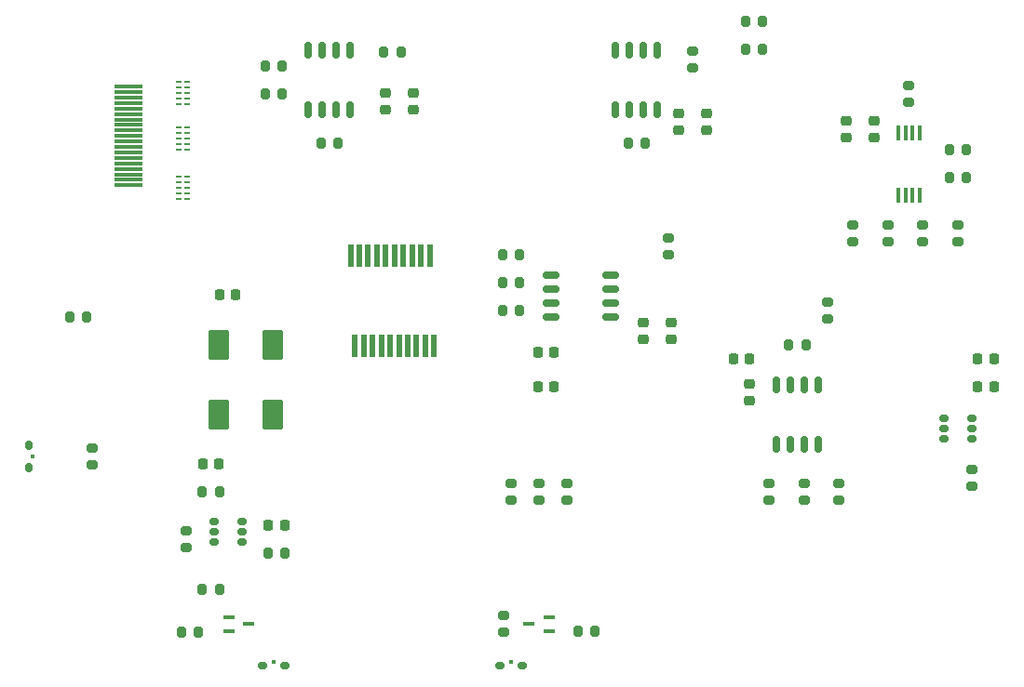
<source format=gbr>
G04*
G04 #@! TF.GenerationSoftware,Altium Limited,Altium Designer,24.8.2 (39)*
G04*
G04 Layer_Color=8421504*
%FSLAX25Y25*%
%MOIN*%
G70*
G04*
G04 #@! TF.SameCoordinates,F580BFCB-8435-4B95-B66A-8E6D2DB6F108*
G04*
G04*
G04 #@! TF.FilePolarity,Positive*
G04*
G01*
G75*
G04:AMPARAMS|DCode=24|XSize=75mil|YSize=109.84mil|CornerRadius=9.38mil|HoleSize=0mil|Usage=FLASHONLY|Rotation=180.000|XOffset=0mil|YOffset=0mil|HoleType=Round|Shape=RoundedRectangle|*
%AMROUNDEDRECTD24*
21,1,0.07500,0.09109,0,0,180.0*
21,1,0.05625,0.10984,0,0,180.0*
1,1,0.01875,-0.02813,0.04555*
1,1,0.01875,0.02813,0.04555*
1,1,0.01875,0.02813,-0.04555*
1,1,0.01875,-0.02813,-0.04555*
%
%ADD24ROUNDEDRECTD24*%
G04:AMPARAMS|DCode=25|XSize=32.76mil|YSize=25.08mil|CornerRadius=6.27mil|HoleSize=0mil|Usage=FLASHONLY|Rotation=0.000|XOffset=0mil|YOffset=0mil|HoleType=Round|Shape=RoundedRectangle|*
%AMROUNDEDRECTD25*
21,1,0.03276,0.01254,0,0,0.0*
21,1,0.02022,0.02508,0,0,0.0*
1,1,0.01254,0.01011,-0.00627*
1,1,0.01254,-0.01011,-0.00627*
1,1,0.01254,-0.01011,0.00627*
1,1,0.01254,0.01011,0.00627*
%
%ADD25ROUNDEDRECTD25*%
G04:AMPARAMS|DCode=26|XSize=42.91mil|YSize=14.96mil|CornerRadius=3.97mil|HoleSize=0mil|Usage=FLASHONLY|Rotation=0.000|XOffset=0mil|YOffset=0mil|HoleType=Round|Shape=RoundedRectangle|*
%AMROUNDEDRECTD26*
21,1,0.04291,0.00703,0,0,0.0*
21,1,0.03498,0.01496,0,0,0.0*
1,1,0.00793,0.01749,-0.00352*
1,1,0.00793,-0.01749,-0.00352*
1,1,0.00793,-0.01749,0.00352*
1,1,0.00793,0.01749,0.00352*
%
%ADD26ROUNDEDRECTD26*%
G04:AMPARAMS|DCode=27|XSize=53.54mil|YSize=15.35mil|CornerRadius=3.92mil|HoleSize=0mil|Usage=FLASHONLY|Rotation=270.000|XOffset=0mil|YOffset=0mil|HoleType=Round|Shape=RoundedRectangle|*
%AMROUNDEDRECTD27*
21,1,0.05354,0.00752,0,0,270.0*
21,1,0.04571,0.01535,0,0,270.0*
1,1,0.00783,-0.00376,-0.02286*
1,1,0.00783,-0.00376,0.02286*
1,1,0.00783,0.00376,0.02286*
1,1,0.00783,0.00376,-0.02286*
%
%ADD27ROUNDEDRECTD27*%
G04:AMPARAMS|DCode=28|XSize=61.02mil|YSize=23.62mil|CornerRadius=5.91mil|HoleSize=0mil|Usage=FLASHONLY|Rotation=0.000|XOffset=0mil|YOffset=0mil|HoleType=Round|Shape=RoundedRectangle|*
%AMROUNDEDRECTD28*
21,1,0.06102,0.01181,0,0,0.0*
21,1,0.04921,0.02362,0,0,0.0*
1,1,0.01181,0.02461,-0.00591*
1,1,0.01181,-0.02461,-0.00591*
1,1,0.01181,-0.02461,0.00591*
1,1,0.01181,0.02461,0.00591*
%
%ADD28ROUNDEDRECTD28*%
G04:AMPARAMS|DCode=29|XSize=32.28mil|YSize=38.58mil|CornerRadius=8.23mil|HoleSize=0mil|Usage=FLASHONLY|Rotation=0.000|XOffset=0mil|YOffset=0mil|HoleType=Round|Shape=RoundedRectangle|*
%AMROUNDEDRECTD29*
21,1,0.03228,0.02212,0,0,0.0*
21,1,0.01582,0.03858,0,0,0.0*
1,1,0.01647,0.00791,-0.01106*
1,1,0.01647,-0.00791,-0.01106*
1,1,0.01647,-0.00791,0.01106*
1,1,0.01647,0.00791,0.01106*
%
%ADD29ROUNDEDRECTD29*%
%ADD30R,0.01870X0.00787*%
%ADD31R,0.10236X0.01181*%
G04:AMPARAMS|DCode=32|XSize=31.5mil|YSize=27.56mil|CornerRadius=6.89mil|HoleSize=0mil|Usage=FLASHONLY|Rotation=180.000|XOffset=0mil|YOffset=0mil|HoleType=Round|Shape=RoundedRectangle|*
%AMROUNDEDRECTD32*
21,1,0.03150,0.01378,0,0,180.0*
21,1,0.01772,0.02756,0,0,180.0*
1,1,0.01378,-0.00886,0.00689*
1,1,0.01378,0.00886,0.00689*
1,1,0.01378,0.00886,-0.00689*
1,1,0.01378,-0.00886,-0.00689*
%
%ADD32ROUNDEDRECTD32*%
G04:AMPARAMS|DCode=33|XSize=15.75mil|YSize=15.75mil|CornerRadius=3.94mil|HoleSize=0mil|Usage=FLASHONLY|Rotation=180.000|XOffset=0mil|YOffset=0mil|HoleType=Round|Shape=RoundedRectangle|*
%AMROUNDEDRECTD33*
21,1,0.01575,0.00787,0,0,180.0*
21,1,0.00787,0.01575,0,0,180.0*
1,1,0.00787,-0.00394,0.00394*
1,1,0.00787,0.00394,0.00394*
1,1,0.00787,0.00394,-0.00394*
1,1,0.00787,-0.00394,-0.00394*
%
%ADD33ROUNDEDRECTD33*%
%ADD34R,0.01968X0.07874*%
G04:AMPARAMS|DCode=35|XSize=34.25mil|YSize=38.19mil|CornerRadius=8.73mil|HoleSize=0mil|Usage=FLASHONLY|Rotation=270.000|XOffset=0mil|YOffset=0mil|HoleType=Round|Shape=RoundedRectangle|*
%AMROUNDEDRECTD35*
21,1,0.03425,0.02072,0,0,270.0*
21,1,0.01678,0.03819,0,0,270.0*
1,1,0.01747,-0.01036,-0.00839*
1,1,0.01747,-0.01036,0.00839*
1,1,0.01747,0.01036,0.00839*
1,1,0.01747,0.01036,-0.00839*
%
%ADD35ROUNDEDRECTD35*%
G04:AMPARAMS|DCode=36|XSize=34.25mil|YSize=38.19mil|CornerRadius=8.73mil|HoleSize=0mil|Usage=FLASHONLY|Rotation=180.000|XOffset=0mil|YOffset=0mil|HoleType=Round|Shape=RoundedRectangle|*
%AMROUNDEDRECTD36*
21,1,0.03425,0.02072,0,0,180.0*
21,1,0.01678,0.03819,0,0,180.0*
1,1,0.01747,-0.00839,0.01036*
1,1,0.01747,0.00839,0.01036*
1,1,0.01747,0.00839,-0.01036*
1,1,0.01747,-0.00839,-0.01036*
%
%ADD36ROUNDEDRECTD36*%
G04:AMPARAMS|DCode=37|XSize=15.75mil|YSize=15.75mil|CornerRadius=3.94mil|HoleSize=0mil|Usage=FLASHONLY|Rotation=90.000|XOffset=0mil|YOffset=0mil|HoleType=Round|Shape=RoundedRectangle|*
%AMROUNDEDRECTD37*
21,1,0.01575,0.00787,0,0,90.0*
21,1,0.00787,0.01575,0,0,90.0*
1,1,0.00787,0.00394,0.00394*
1,1,0.00787,0.00394,-0.00394*
1,1,0.00787,-0.00394,-0.00394*
1,1,0.00787,-0.00394,0.00394*
%
%ADD37ROUNDEDRECTD37*%
G04:AMPARAMS|DCode=38|XSize=31.5mil|YSize=27.56mil|CornerRadius=6.89mil|HoleSize=0mil|Usage=FLASHONLY|Rotation=90.000|XOffset=0mil|YOffset=0mil|HoleType=Round|Shape=RoundedRectangle|*
%AMROUNDEDRECTD38*
21,1,0.03150,0.01378,0,0,90.0*
21,1,0.01772,0.02756,0,0,90.0*
1,1,0.01378,0.00689,0.00886*
1,1,0.01378,0.00689,-0.00886*
1,1,0.01378,-0.00689,-0.00886*
1,1,0.01378,-0.00689,0.00886*
%
%ADD38ROUNDEDRECTD38*%
G04:AMPARAMS|DCode=39|XSize=32.28mil|YSize=38.58mil|CornerRadius=8.23mil|HoleSize=0mil|Usage=FLASHONLY|Rotation=90.000|XOffset=0mil|YOffset=0mil|HoleType=Round|Shape=RoundedRectangle|*
%AMROUNDEDRECTD39*
21,1,0.03228,0.02212,0,0,90.0*
21,1,0.01582,0.03858,0,0,90.0*
1,1,0.01647,0.01106,0.00791*
1,1,0.01647,0.01106,-0.00791*
1,1,0.01647,-0.01106,-0.00791*
1,1,0.01647,-0.01106,0.00791*
%
%ADD39ROUNDEDRECTD39*%
G04:AMPARAMS|DCode=40|XSize=61.02mil|YSize=23.62mil|CornerRadius=5.91mil|HoleSize=0mil|Usage=FLASHONLY|Rotation=90.000|XOffset=0mil|YOffset=0mil|HoleType=Round|Shape=RoundedRectangle|*
%AMROUNDEDRECTD40*
21,1,0.06102,0.01181,0,0,90.0*
21,1,0.04921,0.02362,0,0,90.0*
1,1,0.01181,0.00591,0.02461*
1,1,0.01181,0.00591,-0.02461*
1,1,0.01181,-0.00591,-0.02461*
1,1,0.01181,-0.00591,0.02461*
%
%ADD40ROUNDEDRECTD40*%
D24*
X167953Y335000D02*
D03*
X187047D02*
D03*
X167953Y310000D02*
D03*
X187047D02*
D03*
D25*
X176239Y271740D02*
D03*
Y268000D02*
D03*
Y264260D02*
D03*
X166066D02*
D03*
Y268000D02*
D03*
Y271740D02*
D03*
X427413Y308740D02*
D03*
Y305000D02*
D03*
Y301260D02*
D03*
X437587D02*
D03*
Y305000D02*
D03*
Y308740D02*
D03*
D26*
X178583Y235000D02*
D03*
X171417Y232441D02*
D03*
Y237559D02*
D03*
X278917Y235000D02*
D03*
X286083Y237559D02*
D03*
Y232441D02*
D03*
D27*
X411161Y388858D02*
D03*
X413721D02*
D03*
X416280D02*
D03*
X418839D02*
D03*
Y411142D02*
D03*
X416280D02*
D03*
X413721D02*
D03*
X411161D02*
D03*
D28*
X308130Y345000D02*
D03*
Y350000D02*
D03*
Y355000D02*
D03*
Y360000D02*
D03*
X286870D02*
D03*
Y355000D02*
D03*
Y350000D02*
D03*
Y345000D02*
D03*
D29*
X275551Y367500D02*
D03*
X269449D02*
D03*
X120551Y345000D02*
D03*
X114449D02*
D03*
X226949Y440000D02*
D03*
X233051D02*
D03*
X429449Y405000D02*
D03*
X435551D02*
D03*
Y395000D02*
D03*
X429449D02*
D03*
X160551Y232000D02*
D03*
X154449D02*
D03*
X356386Y451000D02*
D03*
X362488D02*
D03*
X320551Y407500D02*
D03*
X314449D02*
D03*
X210551D02*
D03*
X204449D02*
D03*
X378051Y335000D02*
D03*
X371949D02*
D03*
X184449Y435000D02*
D03*
X190551D02*
D03*
X356386Y441000D02*
D03*
X362488D02*
D03*
X190551Y425000D02*
D03*
X184449D02*
D03*
X269449Y357500D02*
D03*
X275551D02*
D03*
X168051Y282500D02*
D03*
X161949D02*
D03*
X275551Y347500D02*
D03*
X269449D02*
D03*
X185601Y260500D02*
D03*
X191703D02*
D03*
X302551Y232500D02*
D03*
X296449D02*
D03*
X168051Y247500D02*
D03*
X161949D02*
D03*
D30*
X153474Y421563D02*
D03*
Y423531D02*
D03*
X156526Y421563D02*
D03*
Y423531D02*
D03*
X153474Y425500D02*
D03*
Y427468D02*
D03*
Y429437D02*
D03*
X156526D02*
D03*
Y427468D02*
D03*
Y425500D02*
D03*
Y393468D02*
D03*
Y395437D02*
D03*
Y387563D02*
D03*
Y389531D02*
D03*
Y391500D02*
D03*
X153474Y395437D02*
D03*
Y393468D02*
D03*
Y391500D02*
D03*
Y389531D02*
D03*
Y387563D02*
D03*
X156526Y405063D02*
D03*
Y407031D02*
D03*
Y409000D02*
D03*
Y410968D02*
D03*
Y412937D02*
D03*
X153474D02*
D03*
Y410968D02*
D03*
Y409000D02*
D03*
Y407031D02*
D03*
Y405063D02*
D03*
D31*
X135591Y427716D02*
D03*
Y425748D02*
D03*
Y423779D02*
D03*
Y421811D02*
D03*
Y419842D02*
D03*
Y417874D02*
D03*
Y415906D02*
D03*
Y413937D02*
D03*
Y411969D02*
D03*
Y410000D02*
D03*
Y408032D02*
D03*
Y406063D02*
D03*
Y404095D02*
D03*
Y402126D02*
D03*
Y400157D02*
D03*
Y398189D02*
D03*
Y396220D02*
D03*
Y394252D02*
D03*
Y392284D02*
D03*
D32*
X183563Y220000D02*
D03*
X191437D02*
D03*
X268563D02*
D03*
X276437D02*
D03*
D33*
X187500Y221378D02*
D03*
X272500D02*
D03*
D34*
X216634Y334898D02*
D03*
X219784D02*
D03*
X222933D02*
D03*
X226083D02*
D03*
X229233D02*
D03*
X232382D02*
D03*
X235532D02*
D03*
X238682D02*
D03*
X241831D02*
D03*
X244981D02*
D03*
X243406Y367182D02*
D03*
X240256D02*
D03*
X237107D02*
D03*
X233957D02*
D03*
X230807D02*
D03*
X227658D02*
D03*
X224508D02*
D03*
X221359D02*
D03*
X218209D02*
D03*
X215059D02*
D03*
D35*
X320000Y337047D02*
D03*
Y342953D02*
D03*
X330000Y337047D02*
D03*
Y342953D02*
D03*
X342500Y412047D02*
D03*
Y417953D02*
D03*
X332500Y412047D02*
D03*
Y417953D02*
D03*
X237500Y419547D02*
D03*
Y425453D02*
D03*
X227500Y419547D02*
D03*
Y425453D02*
D03*
X358000Y315047D02*
D03*
Y320953D02*
D03*
X392500Y415453D02*
D03*
Y409547D02*
D03*
X402500Y415453D02*
D03*
Y409547D02*
D03*
D36*
X282047Y320000D02*
D03*
X287953D02*
D03*
X282047Y332500D02*
D03*
X287953D02*
D03*
X352047Y330000D02*
D03*
X357953D02*
D03*
X445453Y320000D02*
D03*
X439547D02*
D03*
X445453Y330000D02*
D03*
X439547D02*
D03*
X162047Y292500D02*
D03*
X167953D02*
D03*
X173953Y353000D02*
D03*
X168047D02*
D03*
X185699Y270500D02*
D03*
X191605D02*
D03*
D37*
X101378Y295000D02*
D03*
D38*
X100000Y291063D02*
D03*
Y298937D02*
D03*
D39*
X122500Y298051D02*
D03*
Y291949D02*
D03*
X337500Y434449D02*
D03*
Y440551D02*
D03*
X390000Y285551D02*
D03*
Y279449D02*
D03*
X329000Y367386D02*
D03*
Y373488D02*
D03*
X386000Y344449D02*
D03*
Y350551D02*
D03*
X395000Y378051D02*
D03*
Y371949D02*
D03*
X420000Y378051D02*
D03*
Y371949D02*
D03*
X415000Y428051D02*
D03*
Y421949D02*
D03*
X407500Y378051D02*
D03*
Y371949D02*
D03*
X432500Y378051D02*
D03*
Y371949D02*
D03*
X292500Y279449D02*
D03*
Y285551D02*
D03*
X282500Y279449D02*
D03*
Y285551D02*
D03*
X270000Y231949D02*
D03*
Y238051D02*
D03*
X272500Y285551D02*
D03*
Y279449D02*
D03*
X377500Y285551D02*
D03*
Y279449D02*
D03*
X437500Y284449D02*
D03*
Y290551D02*
D03*
X365000Y279449D02*
D03*
Y285551D02*
D03*
X156152Y268551D02*
D03*
Y262449D02*
D03*
D40*
X320000Y440630D02*
D03*
X315000D02*
D03*
Y419370D02*
D03*
X320000D02*
D03*
X325000Y440630D02*
D03*
X310000D02*
D03*
Y419370D02*
D03*
X325000D02*
D03*
X205000D02*
D03*
X210000D02*
D03*
X215000Y440630D02*
D03*
X210000D02*
D03*
X205000D02*
D03*
X200000D02*
D03*
Y419370D02*
D03*
X215000D02*
D03*
X367500Y299370D02*
D03*
X372500D02*
D03*
X377500D02*
D03*
X382500D02*
D03*
Y320630D02*
D03*
X377500D02*
D03*
X372500D02*
D03*
X367500D02*
D03*
M02*

</source>
